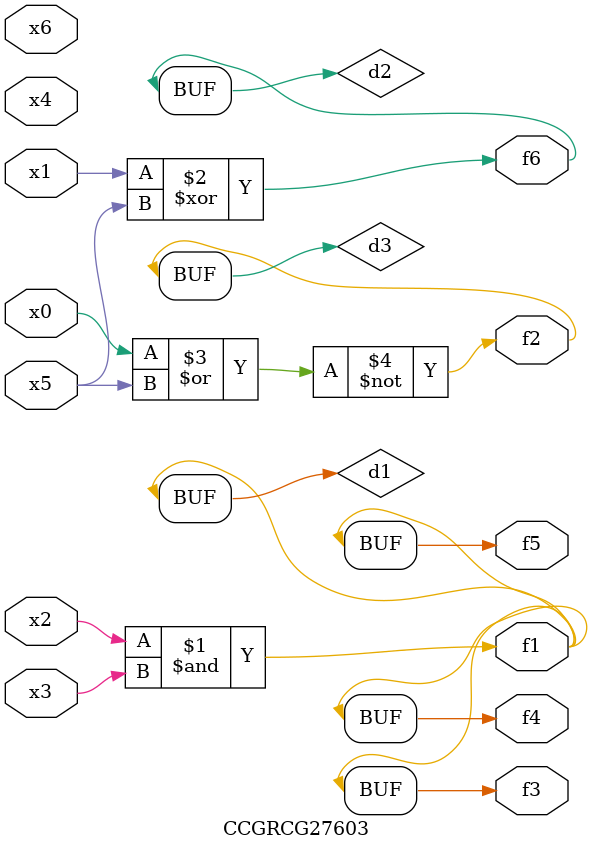
<source format=v>
module CCGRCG27603(
	input x0, x1, x2, x3, x4, x5, x6,
	output f1, f2, f3, f4, f5, f6
);

	wire d1, d2, d3;

	and (d1, x2, x3);
	xor (d2, x1, x5);
	nor (d3, x0, x5);
	assign f1 = d1;
	assign f2 = d3;
	assign f3 = d1;
	assign f4 = d1;
	assign f5 = d1;
	assign f6 = d2;
endmodule

</source>
